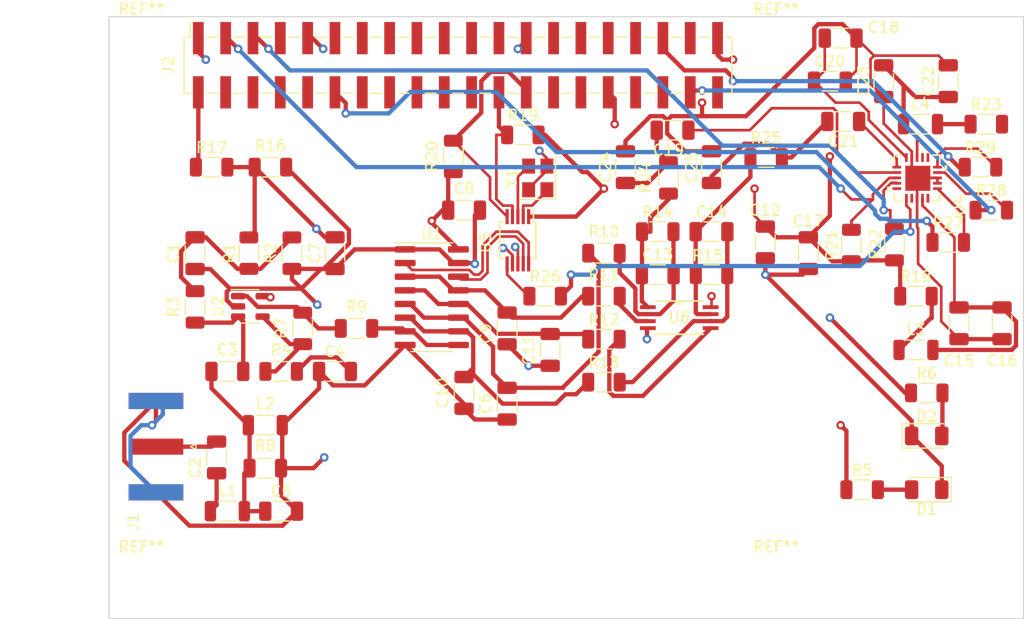
<source format=kicad_pcb>
(kicad_pcb (version 20221018) (generator pcbnew)
  (layers (0 "F.Cu" signal) (1 "In1.Cu" signal) (2 "In2.Cu" signal) (31 "B.Cu" signal) (34 "B.Paste" user) (35 "F.Paste" user) (36 "B.SilkS" user "B.Silkscreen") (37 "F.SilkS" user "F.Silkscreen") (38 "B.Mask" user) (39 "F.Mask" user) (44 "Edge.Cuts" user))
  (net 0 "")
  (net 1 "GND PIN 9")
  (net 2 "Net-(C1-Pad2)")
  (net 3 "Net-(J1-In)")
  (net 4 "Net-(C2-Pad2)")
  (net 5 "RF 7MHz")
  (net 6 "Net-(U2-+)")
  (net 7 "Net-(C4-Pad2)")
  (net 8 "I+")
  (net 9 "3.3V PIN 1")
  (net 10 "I-")
  (net 11 "Q+")
  (net 12 "Q-")
  (net 13 "LINE IN I")
  (net 14 "LINE IN Q")
  (net 15 "Net-(U4-DVDD)")
  (net 16 "Net-(U4-VMID)")
  (net 17 "Net-(U4-LLINEIN)")
  (net 18 "Net-(C19-Pad2)")
  (net 19 "Net-(U4-RLINEIN)")
  (net 20 "Net-(C21-Pad2)")
  (net 21 "Net-(U4-AVDD)")
  (net 22 "Net-(D1-A)")
  (net 23 "Net-(D2-A)")
  (net 24 "Net-(J2-Pin_2)")
  (net 30 "PCM_CLK PIN 12")
  (net 42 "SCL4 PIN26")
  (net 43 "SDA4 PIN24")
  (net 48 "LED_IN")
  (net 51 "PCM_FS PIN 35")
  (net 54 "PCM_DIN PIN 38")
  (net 56 "Net-(L3-Pad1)")
  (net 57 "Net-(L4-Pad2)")
  (net 58 "Net-(U2--)")
  (net 59 "Net-(U2-VOUT)")
  (net 60 "RFOUT")
  (net 61 "5V to 3.3V PIN 2")
  (net 62 "CLK0")
  (net 63 "CLK0 Phase 90")
  (net 64 "CLK2 ADC")
  (net 70 "Net-(U5-XA)")
  (net 71 "Net-(U5-XB)")
  (net 72 "Net-(U6-IN1-)")
  (net 73 "Net-(U6-IN2-)")
  (net 74 "Net-(U6-IN1+)")
  (net 75 "Net-(U6-IN2+)")
  (net 76 "GND")
  (net 77 "SDA1 PIN 3")
  (net 78 "SCL1 PIN 5")
  (net 81 "Net-(U5-CLK2)")
  (net 82 "Net-(U4-BCLK)")
  (net 83 "Net-(U4-RECDAT)")
  (net 84 "Net-(U4-RECLRC)")
  (footprint "Package_SO:SOIC-16_3.9x9.9mm_P1.27mm" (layer "F.Cu") (at 97 51.095)
    (fp_text reference "U1")
    (fp_text value "TS3A5017")
  )
  (footprint "Resistor_SMD:R_1206_3216Metric" (layer "F.Cu") (at 113 47 180)
    (fp_text reference "R10")
    (fp_text value "50")
  )
  (footprint "Package_TO_SOT_SMD:SOT-23-5" (layer "F.Cu") (at 80.1375 51.95)
    (fp_text reference "U2")
    (fp_text value "THS4304")
  )
  (footprint "Resistor_SMD:R_1206_3216Metric" (layer "F.Cu") (at 136 46.2852 90)
    (fp_text reference "R21")
    (fp_text value "2.43k")
  )
  (footprint "Resistor_SMD:R_1206_3216Metric" (layer "F.Cu") (at 123 49)
    (fp_text reference "R15")
    (fp_text value "30K")
  )
  (footprint "Capacitor_SMD:C_1206_3216Metric" (layer "F.Cu") (at 100 60 -90)
    (fp_text reference "C10")
    (fp_text value "0.1uF")
  )
  (footprint "Inductor_SMD:L_1206_3216Metric" (layer "F.Cu") (at 78 71)
    (fp_text reference "L1")
    (fp_text value "57.6uH")
  )
  (footprint "Crystal:Crystal_SMD_TXC_7M-4Pin_3.2x2.5mm" (layer "F.Cu") (at 106.85 40 90)
    (fp_text reference "Y1")
    (fp_text value "Crystal")
  )
  (footprint "Capacitor_SMD:C_1206_3216Metric" (layer "F.Cu") (at 135 27)
    (fp_text reference "C18")
    (fp_text value "0.1uF")
  )
  (footprint "Resistor_SMD:R_1206_3216Metric" (layer "F.Cu") (at 81.525 67 180)
    (fp_text reference "R8")
    (fp_text value "50")
  )
  (footprint "Capacitor_SMD:C_1206_3216Metric" (layer "F.Cu") (at 75 47 90)
    (fp_text reference "C1")
    (fp_text value "0.01uF")
  )
  (footprint "Resistor_SMD:R_1206_3216Metric" (layer "F.Cu") (at 119 40 90)
    (fp_text reference "R24")
    (fp_text value "5.6k")
  )
  (footprint "MountingHole:MountingHole_2.7mm" (layer "F.Cu") (at 70 28)
    (fp_text reference "REF**")
    (fp_text value "MountingHole_2.7mm")
  )
  (footprint "Capacitor_SMD:C_1206_3216Metric" (layer "F.Cu") (at 83 71)
    (fp_text reference "C5")
    (fp_text value "23.2nF")
  )
  (footprint "Resistor_SMD:R_1206_3216Metric" (layer "F.Cu") (at 128.0775 38.1)
    (fp_text reference "R25")
    (fp_text value "5.6k")
  )
  (footprint "opamp_adc:CP_20_4_ADI" (layer "F.Cu") (at 142.1077 40.000001 90)
    (fp_text reference "U4")
    (fp_text value "SSM2604CPZ-REEL7")
  )
  (footprint "Capacitor_SMD:C_1206_3216Metric" (layer "F.Cu") (at 77 66 -90)
    (fp_text reference "C2")
    (fp_text value "8.87pF")
  )
  (footprint "Inductor_SMD:L_1206_3216Metric" (layer "F.Cu") (at 81.525 63)
    (fp_text reference "L2")
    (fp_text value "22.1nH")
  )
  (footprint "Connector_Coaxial:SMA_Amphenol_132289_EdgeMount" (layer "F.Cu") (at 71.3625 65 180)
    (fp_text reference "J1")
    (fp_text value "Conn_Coaxial")
  )
  (footprint "Resistor_SMD:R_1206_3216Metric" (layer "F.Cu") (at 145 46)
    (fp_text reference "R27")
    (fp_text value "30")
  )
  (footprint "opamp_adc:PW8" (layer "F.Cu") (at 120 53)
    (fp_text reference "U6")
    (fp_text value "TL972IPWR")
  )
  (footprint "MountingHole:MountingHole_2.7mm" (layer "F.Cu") (at 129 28)
    (fp_text reference "REF**")
    (fp_text value "MountingHole_2.7mm")
  )
  (footprint "Capacitor_SMD:C_1206_3216Metric" (layer "F.Cu") (at 108 56 -90)
    (fp_text reference "C11")
    (fp_text value "0.1uF")
  )
  (footprint "Capacitor_SMD:C_1206_3216Metric" (layer "F.Cu") (at 139 31 90)
    (fp_text reference "C23")
    (fp_text value "0.1uF")
  )
  (footprint "Capacitor_SMD:C_1206_3216Metric" (layer "F.Cu") (at 88 58)
    (fp_text reference "C4")
    (fp_text value "0.1uF")
  )
  (footprint "Resistor_SMD:R_1206_3216Metric" (layer "F.Cu") (at 105.4625 36)
    (fp_text reference "R19")
    (fp_text value "4.7k")
  )
  (footprint "Resistor_SMD:R_1206_3216Metric" (layer "F.Cu") (at 80 47 90)
    (fp_text reference "R1")
    (fp_text value "470")
  )
  (footprint "Resistor_SMD:R_1206_3216Metric" (layer "F.Cu") (at 99 38 -90)
    (fp_text reference "R20")
    (fp_text value "4.7k")
  )
  (footprint "Package_SO:MSOP-10_3x3mm_P0.5mm" (layer "F.Cu") (at 105 45.8 -90)
    (fp_text reference "U5")
    (fp_text value "Si5351A-B-GT")
  )
  (footprint "Diode_SMD:D_1206_3216Metric" (layer "F.Cu") (at 143 69 180)
    (fp_text reference "D1")
    (fp_text value "LED yellow")
  )
  (footprint "Inductor_SMD:L_1206_3216Metric" (layer "F.Cu") (at 142.425 35)
    (fp_text reference "L4")
    (fp_text value "47uH, 15mA")
  )
  (footprint "Resistor_SMD:R_1206_3216Metric" (layer "F.Cu") (at 90 54 180)
    (fp_text reference "R9")
    (fp_text value "100")
  )
  (footprint "Resistor_SMD:R_1206_3216Metric" (layer "F.Cu") (at 148 39)
    (fp_text reference "R29")
    (fp_text value "30")
  )
  (footprint "Resistor_SMD:R_1206_3216Metric" (layer "F.Cu") (at 75 52 -90)
    (fp_text reference "R3")
    (fp_text value "470")
  )
  (footprint "Resistor_SMD:R_1206_3216Metric" (layer "F.Cu") (at 149 43)
    (fp_text reference "R28")
    (fp_text value "30")
  )
  (footprint "Capacitor_SMD:C_1206_3216Metric" (layer "F.Cu") (at 119.38 35.56 180)
    (fp_text reference "C19")
    (fp_text value "1uF")
  )
  (footprint "Resistor_SMD:R_1206_3216Metric" (layer "F.Cu") (at 142 51)
    (fp_text reference "R18")
    (fp_text value "220")
  )
  (footprint "Resistor_SMD:R_1206_3216Metric" (layer "F.Cu") (at 113 59)
    (fp_text reference "R13")
    (fp_text value "50")
  )
  (footprint "MountingHole:MountingHole_2.7mm" (layer "F.Cu") (at 129 78)
    (fp_text reference "REF**")
    (fp_text value "MountingHole_2.7mm")
  )
  (footprint "Resistor_SMD:R_1206_3216Metric" (layer "F.Cu") (at 82 39)
    (fp_text reference "R16")
    (fp_text value "20k")
  )
  (footprint "Capacitor_SMD:C_1206_3216Metric" (layer "F.Cu") (at 78 58)
    (fp_text reference "C3")
    (fp_text value "0.01uF")
  )
  (footprint "Capacitor_SMD:C_1206_3216Metric" (layer "F.Cu") (at 104 61 -90)
    (fp_text reference "C6")
    (fp_text value "0.1uF")
  )
  (footprint "Capacitor_SMD:C_1206_3216Metric" (layer "F.Cu") (at 100 43)
    (fp_text reference "C8")
    (fp_text value "0.1uF")
  )
  (footprint "Capacitor_SMD:C_1206_3216Metric" (layer "F.Cu") (at 132 47 -90)
    (fp_text reference "C17")
    (fp_text value "0.1uF")
  )
  (footprint "Resistor_SMD:R_1206_3216Metric" (layer "F.Cu") (at 113 55)
    (fp_text reference "R12")
    (fp_text value "50")
  )
  (footprint "Capacitor_SMD:C_1206_3216Metric" (layer "F.Cu") (at 134 31)
    (fp_text reference "C20")
    (fp_text value "4.7uF")
  )
  (footprint "Resistor_SMD:R_1206_3216Metric" (layer "F.Cu") (at 143 60)
    (fp_text reference "R6")
    (fp_text value "200")
  )
  (footprint "Capacitor_SMD:C_1206_3216Metric" (layer "F.Cu") (at 128 46 -90)
    (fp_text reference "C12")
    (fp_text value "0.1uF")
  )
  (footprint "Capacitor_SMD:C_1206_3216Metric" (layer "F.Cu") (at 118 49)
    (fp_text reference "C13")
    (fp_text value "3300pF")
  )
  (footprint "Resistor_SMD:R_1206_3216Metric" (layer "F.Cu") (at 85 54 -90)
    (fp_text reference "R7")
    (fp_text value "220")
  )
  (footprint "Resistor_SMD:R_1206_3216Metric" (layer "F.Cu") (at 113 51 180)
    (fp_text reference "R11")
    (fp_text value "50")
  )
  (footprint "Inductor_SMD:L_1206_3216Metric" (layer "F.Cu") (at 142 56)
    (fp_text reference "L3")
    (fp_text value "47uH, 15mA")
  )
  (footprint "Capacitor_SMD:C_1206_3216Metric" (layer "F.Cu") (at 88 47 90)
    (fp_text reference "C7")
    (fp_text value "0.1uF")
  )
  (footprint "Capacitor_SMD:C_1206_3216Metric" (layer "F.Cu") (at 145 31 90)
    (fp_text reference "C22")
    (fp_text value "10uF")
  )
  (footprint "Resistor_SMD:R_1206_3216Metric" (layer "F.Cu") (at 84 47 90)
    (fp_text reference "R2")
    (fp_text value "470")
  )
  (footprint "Diode_SMD:D_1206_3216Metric" (layer "F.Cu") (at 143 64)
    (fp_text reference "D2")
    (fp_text value "LED blue")
  )
  (footprint "MountingHole:MountingHole_2.7mm" (layer "F.Cu") (at 70 78)
    (fp_text reference "REF**")
    (fp_text value "MountingHole_2.7mm")
  )
  (footprint "Resistor_SMD:R_1206_3216Metric" (layer "F.Cu") (at 148.5375 35)
    (fp_text reference "R23")
    (fp_text value "220")
  )
  (footprint "Resistor_SMD:R_1206_3216Metric" (layer "F.Cu") (at 107.5375 51)
    (fp_text reference "R26")
    (fp_text value "30")
  )
  (footprint "Capacitor_SMD:C_1206_3216Metric" (layer "F.Cu") (at 115 39 90)
    (fp_text reference "C24")
    (fp_text value "220pF")
  )
  (footprint "Capacitor_SMD:C_1206_3216Metric" (layer "F.Cu") (at 123 45)
    (fp_text reference "C14")
    (fp_text value "3300pF")
  )
  (footprint "Connector_PinSocket_2.54mm:PinSocket_2x20_P2.54mm_Vertical_SMD" (layer "F.Cu") (at 99.43 29.52 90)
    (fp_text reference "J2")
    (fp_text value "Conn_02x20_Odd_Even")
  )
  (footprint "Capacitor_SMD:C_1206_3216Metric" (layer "F.Cu") (at 146 53.525 -90)
    (fp_text reference "C15")
    (fp_text value "10uF")
  )
  (footprint "Resistor_SMD:R_1206_3216Metric" (layer "F.Cu") (at 76.5375 39)
    (fp_text reference "R17")
    (fp_text value "10k")
  )
  (footprint "Resistor_SMD:R_1206_3216Metric" (layer "F.Cu") (at 83 58)
    (fp_text reference "R4")
    (fp_text value "47")
  )
  (footprint "Capacitor_SMD:C_1206_3216Metric" (layer "F.Cu") (at 123 39 90)
    (fp_text reference "C25")
    (fp_text value "220pF")
  )
  (footprint "Capacitor_SMD:C_1206_3216Metric" (layer "F.Cu") (at 104 54 -90)
    (fp_text reference "C9")
    (fp_text value "0.1uF")
  )
  (footprint "Capacitor_SMD:C_1206_3216Metric" (layer "F.Cu") (at 135.24 34.7477 180)
    (fp_text reference "C21")
    (fp_text value "1uF")
  )
  (footprint "Capacitor_SMD:C_1206_3216Metric" (layer "F.Cu") (at 150 53.525 90)
    (fp_text reference "C16")
    (fp_text value "0.1uF")
  )
  (footprint "Resistor_SMD:R_1206_3216Metric" (layer "F.Cu") (at 137 69)
    (fp_text reference "R5")
    (fp_text value "62")
  )
  (footprint "Resistor_SMD:R_1206_3216Metric" (layer "F.Cu") (at 140 46.2102 90)
    (fp_text reference "R22")
    (fp_text value "2.43k")
  )
  (footprint "Resistor_SMD:R_1206_3216Metric" (layer "F.Cu") (at 118 45)
    (fp_text reference "R14")
    (fp_text value "30K")
  )
  (gr_line (start 152 81) (end 152 25) (stroke (width 0.1)) (layer "Edge.Cuts"))
  (gr_line (start 67 81) (end 152 81) (stroke (width 0.1)) (layer "Edge.Cuts"))
  (gr_line (start 152 25) (end 67 25) (stroke (width 0.1)) (layer "Edge.Cuts"))
  (gr_line (start 67 25) (end 67 81) (stroke (width 0.1)) (layer "Edge.Cuts"))
  (segment (start 117.310761 34.26) (end 118.499239 34.26) (width 0.4) (layer "F.Cu") (net 1))
  (segment (start 119.260761 34.26) (end 122 34.26) (width 0.4) (layer "F.Cu") (net 1))
  (segment (start 142.1077 41.892301) (end 142.1077 44.607895) (width 0.25) (layer "F.Cu") (net 1))
  (segment (start 144 40.5) (end 144 40.000001) (width 0.25) (layer "F.Cu") (net 1))
  (segment (start 142.1995 44.699695) (end 142.1995 47.986327) (width 0.25) (layer "F.Cu") (net 1))
  (segment (start 132.55 26.080761) (end 132.930761 25.7) (width 0.4) (layer "F.Cu") (net 1))
  (segment (start 137.775 28.961827) (end 138.111827 28.625) (width 0.25) (layer "F.Cu") (net 1))
  (segment (start 139 34.938173) (end 139 32.475) (width 0.25) (layer "F.Cu") (net 1))
  (segment (start 138.111827 28.625) (end 144.1 28.625) (width 0.25) (layer "F.Cu") (net 1))
  (segment (start 144.1 28.625) (end 145 29.525) (width 0.25) (layer "F.Cu") (net 1))
  (segment (start 144 40.000001) (end 142.172799 40.000001) (width 0.25) (layer "F.Cu") (net 1))
  (segment (start 138.1 28.625) (end 136.475 27) (width 0.25) (layer "F.Cu") (net 1))
  (segment (start 120.525 37.525) (end 123 37.525) (width 0.4) (layer "F.Cu") (net 1))
  (segment (start 144.35 53.35) (end 146 55) (width 0.25) (layer "F.Cu") (net 1))
  (segment (start 126.209239 34.26) (end 132.55 27.919239) (width 0.4) (layer "F.Cu") (net 1))
  (segment (start 141.607701 38.107701) (end 141.607701 39.434903) (width 0.25) (layer "F.Cu") (net 1))
  (segment (start 118.88 35.88) (end 120.525 37.525) (width 0.4) (layer "F.Cu") (net 1))
  (segment (start 122 34.26) (end 126.209239 34.26) (width 0.4) (layer "F.Cu") (net 1))
  (segment (start 118.499239 34.26) (end 118.88 34.640761) (width 0.4) (layer "F.Cu") (net 1))
  (segment (start 137.775 31.25) (end 137.775 28.961827) (width 0.25) (layer "F.Cu") (net 1))
  (segment (start 142.1995 47.986327) (end 144.35 50.136827) (width 0.25) (layer "F.Cu") (net 1))
  (segment (start 132.930761 25.7) (end 135.175 25.7) (width 0.4) (layer "F.Cu") (net 1))
  (segment (start 118.88 34.640761) (end 118.88 35.88) (width 0.4) (layer "F.Cu") (net 1))
  (segment (start 132.55 27.919239) (end 132.55 26.080761) (width 0.4) (layer "F.Cu") (net 1))
  (segment (start 141.607701 39.434903) (end 142.172799 40.000001) (width 0.25) (layer "F.Cu") (net 1))
  (segment (start 85.900498 27) (end 86.900498 28) (width 0.4) (layer "F.Cu") (net 1))
  (segment (start 142.1077 40.0651) (end 142.172799 40.000001) (width 0.25) (layer "F.Cu") (net 1))
  (segment (start 141.607701 38.107701) (end 141.607701 37.545874) (width 0.25) (layer "F.Cu") (net 1))
  (segment (start 142.1077 44.607895) (end 142.1995 44.699695) (width 0.25) (layer "F.Cu") (net 1))
  (segment (start 142.1077 41.892301) (end 142.1077 40.0651) (width 0.25) (layer "F.Cu") (net 1))
  (segment (start 136.475 30) (end 136.475 27) (width 0.25) (layer "F.Cu") (net 1))
  (segment (start 122.119502 34.140498) (end 122 34.26) (width 0.4) (layer "F.Cu") (net 1))
  (segment (start 139 32.475) (end 137.775 31.25) (width 0.25) (layer "F.Cu") (net 1))
  (segment (start 115 36.570761) (end 117.310761 34.26) (width 0.4) (layer "F.Cu") (net 1))
  (segment (start 138.111827 28.625) (end 138.1 28.625) (width 0.25) (layer "F.Cu") (net 1))
  (segment (start 144.35 50.136827) (end 144.35 53.35) (width 0.25) (layer "F.Cu") (net 1))
  (segment (start 135.175 25.7) (end 136.475 27) (width 0.4) (layer "F.Cu") (net 1))
  (segment (start 115 37.525) (end 115 36.570761) (width 0.4) (layer "F.Cu") (net 1))
  (segment (start 141.607701 37.545874) (end 139 34.938173) (width 0.25) (layer "F.Cu") (net 1))
  (segment (start 122.119502 33) (end 122.119502 34.140498) (width 0.4) (layer "F.Cu") (net 1))
  (segment (start 150 55) (end 146 55) (width 0.4) (layer "F.Cu") (net 1))
  (segment (start 135.475 31) (end 136.475 30) (width 0.25) (layer "F.Cu") (net 1))
  (segment (start 85.46 27) (end 85.900498 27) (width 0.4) (layer "F.Cu") (net 1))
  (segment (start 118.88 34.640761) (end 119.260761 34.26) (width 0.4) (layer "F.Cu") (net 1))
  (via blind (at 122.119502 33) (size 0.8) (drill 0.4) (layers "F.Cu" "In1.Cu") (net 1))
  (via blind (at 86.900498 28) (size 0.8) (drill 0.4) (layers "F.Cu" "B.Cu") (net 1))
  (segment (start 80 48.4625) (end 78.9375 48.4625) (width 0.4) (layer "F.Cu") (net 2))
  (segment (start 78.9375 48.4625) (end 76 45.525) (width 0.4) (layer "F.Cu") (net 2))
  (segment (start 73.7 46.825) (end 75 45.525) (width 0.4) (layer "F.Cu") (net 2))
  (segment (start 75 50.5375) (end 73.7 49.2375) (width 0.4) (layer "F.Cu") (net 2))
  (segment (start 80 48.4625) (end 81.075 48.4625) (width 0.4) (layer "F.Cu") (net 2))
  (segment (start 81.075 48.4625) (end 84 45.5375) (width 0.4) (layer "F.Cu") (net 2))
  (segment (start 75 45.525) (end 76 45.525) (width 0.4) (layer "F.Cu") (net 2))
  (segment (start 73.7 49.2375) (end 73.7 46.825) (width 0.4) (layer "F.Cu") (net 2))
  (segment (start 76.525 65) (end 77 64.525) (width 0.4) (layer "F.Cu") (net 3))
  (segment (start 71.3625 65) (end 76.525 65) (width 0.4) (layer "F.Cu") (net 3))
  (segment (start 77 70.425) (end 76.425 71) (width 0.4) (layer "F.Cu") (net 4))
  (segment (start 77 67.475) (end 77 70.425) (width 0.4) (layer "F.Cu") (net 4))
  (segment (start 80.0625 63.1125) (end 79.95 63) (width 0.4) (layer "F.Cu") (net 5))
  (segment (start 80.0625 67) (end 80.0625 63.1125) (width 0.4) (layer "F.Cu") (net 5))
  (segment (start 76.525 59.575) (end 79.95 63) (width 0.4) (layer "F.Cu") (net 5))
  (segment (start 79.575 71) (end 79.575 67.4875) (width 0.4) (layer "F.Cu") (net 5))
  (segment (start 79.575 71) (end 81.525 71) (width 0.4) (layer "F.Cu") (net 5))
  (segment (start 79.575 67.4875) (end 80.0625 67) (width 0.4) (layer "F.Cu") (net 5))
  (segment (start 76.525 58) (end 76.525 59.575) (width 0.4) (layer "F.Cu") (net 5))
  (segment (start 79.475 58) (end 79.475 53.375) (width 0.4) (layer "F.Cu") (net 6))
  (segment (start 75 53.4625) (end 78.4375 53.4625) (width 0.4) (layer "F.Cu") (net 6))
  (segment (start 78.4375 53.4625) (end 79 52.9) (width 0.4) (layer "F.Cu") (net 6))
  (segment (start 79.475 53.375) (end 79 52.9) (width 0.4) (layer "F.Cu") (net 6))
  (segment (start 88.175 56.7) (end 89.475 58) (width 0.4) (layer "F.Cu") (net 7))
  (segment (start 85.7625 56.7) (end 88.175 56.7) (width 0.4) (layer "F.Cu") (net 7))
  (segment (start 84.4625 58) (end 85.7625 56.7) (width 0.4) (layer "F.Cu") (net 7))
  (segment (start 104 59.525) (end 109.205761 59.525) (width 0.4) (layer "F.Cu") (net 8))
  (segment (start 109.205761 59.475) (end 109.205761 59.525) (width 0.4) (layer "F.Cu") (net 8))
  (segment (start 102.7 58.225) (end 104 59.525) (width 0.4) (layer "F.Cu") (net 8))
  (segment (start 112.5 47.9625) (end 112.5 56.180761) (width 0.4) (layer "F.Cu") (net 8))
  (segment (start 95.007817 51.73) (end 94.525 51.73) (width 0.4) (layer "F.Cu") (net 8))
  (segment (start 99.475 53) (end 100 53) (width 0.4) (layer "F.Cu") (net 8))
  (segment (start 102.7 55.7) (end 102.7 58.225) (width 0.4) (layer "F.Cu") (net 8))
  (segment (start 99.475 53) (end 96.277817 53) (width 0.4) (layer "F.Cu") (net 8))
  (segment (start 112.5 56.180761) (end 109.205761 59.475) (width 0.4) (layer "F.Cu") (net 8))
  (segment (start 96.277817 53) (end 95.007817 51.73) (width 0.4) (layer "F.Cu") (net 8))
  (segment (start 100 53) (end 102.7 55.7) (width 0.4) (layer "F.Cu") (net 8))
  (segment (start 111.5375 47) (end 112.5 47.9625) (width 0.4) (layer "F.Cu") (net 8))
  (segment (start 107.5375 36) (end 110.76875 39.23125) (width 0.4) (layer "F.Cu") (net 9))
  (segment (start 87.0625 45.525) (end 88 45.525) (width 0.4) (layer "F.Cu") (net 9))
  (segment (start 127 43.525) (end 128 44.525) (width 0.25) (layer "F.Cu") (net 9))
  (segment (start 135.5375 63.5375) (end 135 63) (width 0.4) (layer "F.Cu") (net 9))
  (segment (start 104.5 47.186299) (end 103.839212 46.525511) (width 0.25) (layer "F.Cu") (net 9))
  (segment (start 123 51.946001) (end 122.921 52.025001) (width 0.25) (layer "F.Cu") (net 9))
  (segment (start 98.525 43) (end 98.525 39.9375) (width 0.4) (layer "F.Cu") (net 9))
  (segment (start 134 43.525) (end 132 45.525) (width 0.4) (layer "F.Cu") (net 9))
  (segment (start 75.3 27) (end 75.3 28.3) (width 0.4) (layer "F.Cu") (net 9))
  (segment (start 80.5375 45) (end 80 45.5375) (width 0.4) (layer "F.Cu") (net 9))
  (segment (start 81.3745 51.0995) (end 81.275 51) (width 0.4) (layer "F.Cu") (net 9))
  (segment (start 97 44.175) (end 99.475 46.65) (width 0.4) (layer "F.Cu") (net 9))
  (segment (start 80.5375 39) (end 80.5375 45) (width 0.4) (layer "F.Cu") (net 9))
  (segment (start 103.839212 46.525511) (end 103.619865 46.525511) (width 0.25) (layer "F.Cu") (net 9))
  (segment (start 104.5 48) (end 104.5 47.186299) (width 0.25) (layer "F.Cu") (net 9))
  (segment (start 98.525 39.9375) (end 99 39.4625) (width 0.4) (layer "F.Cu") (net 9))
  (segment (start 140.5375 51) (end 140.5375 48.2102) (width 0.4) (layer "F.Cu") (net 9))
  (segment (start 123 51) (end 123 51.946001) (width 0.25) (layer "F.Cu") (net 9))
  (segment (start 82 51.0995) (end 81.3745 51.0995) (width 0.4) (layer "F.Cu") (net 9))
  (segment (start 135.5375 69) (end 135.5375 63.5375) (width 0.4) (layer "F.Cu") (net 9))
  (segment (start 132 45.525) (end 129 45.525) (width 0.4) (layer "F.Cu") (net 9))
  (segment (start 136.075 47.6727) (end 136 47.7477) (width 0.4) (layer "F.Cu") (net 9))
  (segment (start 97 44) (end 97 44.175) (width 0.4) (layer "F.Cu") (net 9))
  (segment (start 127 41) (end 127 43.525) (width 0.25) (layer "F.Cu") (net 9))
  (segment (start 106.925 36) (end 107.5375 36) (width 0.4) (layer "F.Cu") (net 9))
  (segment (start 78 39) (end 80.5375 39) (width 0.4) (layer "F.Cu") (net 9))
  (segment (start 110.4 43.6) (end 106.05 43.6) (width 0.4) (layer "F.Cu") (net 9))
  (segment (start 86.26875 44.73125) (end 87.0625 45.525) (width 0.4) (layer "F.Cu") (net 9))
  (segment (start 80.5375 39) (end 86.26875 44.73125) (width 0.4) (layer "F.Cu") (net 9))
  (segment (start 113 41) (end 110.4 43.6) (width 0.4) (layer "F.Cu") (net 9))
  (segment (start 134.2227 47.7477) (end 136 47.7477) (width 0.4) (layer "F.Cu") (net 9))
  (segment (start 110.76875 39.23125) (end 111 39.4625) (width 0.4) (layer "F.Cu") (net 9))
  (segment (start 75.3 28.3) (end 76 29) (width 0.4) (layer "F.Cu") (net 9))
  (segment (start 111.4625 39.4625) (end 113 41) (width 0.4) (layer "F.Cu") (net 9))
  (segment (start 111 39.4625) (end 111.4625 39.4625) (width 0.4) (layer "F.Cu") (net 9))
  (segment (start 129 45.525) (end 128 44.525) (width 0.4) (layer "F.Cu") (net 9))
  (segment (start 140.5375 48.2102) (end 140 47.6727) (width 0.4) (layer "F.Cu") (net 9))
  (segment (start 98.525 43) (end 98 43) (width 0.4) (layer "F.Cu") (net 9))
  (segment (start 134 38) (end 134 43.525) (width 0.4) (layer "F.Cu") (net 9))
  (segment (start 98 43) (end 97 44) (width 0.4) (layer "F.Cu") (net 9))
  (segment (start 134.2227 47.7477) (end 132 45.525) (width 0.4) (layer "F.Cu") (net 9))
  (segment (start 140 47.6727) (end 136.075 47.6727) (width 0.4) (layer "F.Cu") (net 9))
  (via blind (at 134 38) (size 0.8) (drill 0.4) (layers "F.Cu" "In2.Cu") (net 9))
  (via blind (at 97 44) (size 0.8) (drill 0.4) (layers "F.Cu" "In2.Cu") (net 9))
  (via blind (at 82 51.0995) (size 0.8) (drill 0.4) (layers "F.Cu" "In2.Cu") (net 9))
  (via blind (at 103.619865 46.525511) (size 0.8) (drill 0.4) (layers "F.Cu" "B.Cu") (net 9))
  (via blind (at 113 41) (size 0.8) (drill 0.4) (layers "F.Cu" "In2.Cu") (net 9))
  (via blind (at 127 41) (size 0.8) (drill 0.4) (layers "F.Cu" "In2.Cu") (net 9))
  (via blind (at 86.26875 44.73125) (size 0.8) (drill 0.4) (layers "F.Cu" "B.Cu") (net 9))
  (via blind (at 135 63) (size 0.8) (drill 0.4) (layers "F.Cu" "In2.Cu") (net 9))
  (via blind (at 123 51) (size 0.8) (drill 0.4) (layers "F.Cu" "In2.Cu") (net 9))
  (via blind (at 76 29) (size 0.8) (drill 0.4) (layers "F.Cu" "B.Cu") (net 9))
  (segment (start 104 52.525) (end 101.935 50.46) (width 0.4) (layer "F.Cu") (net 10))
  (segment (start 111 51) (end 111.5375 51) (width 0.4) (layer "F.Cu") (net 10))
  (segment (start 101.935 50.46) (end 99.475 50.46) (width 0.4) (layer "F.Cu") (net 10))
  (segment (start 98.987817 50.46) (end 99.475 50.46) (width 0.4) (layer "F.Cu") (net 10))
  (segment (start 97.717817 49.19) (end 98.987817 50.46) (width 0.4) (layer "F.Cu") (net 10))
  (segment (start 104 52.525) (end 104.475 53) (width 0.4) (layer "F.Cu") (net 10))
  (segment (start 104.475 53) (end 109 53) (width 0.4) (layer "F.Cu") (net 10))
  (segment (start 94.525 49.19) (end 97.717817 49.19) (width 0.4) (layer "F.Cu") (net 10))
  (segment (start 109 53) (end 111 51) (width 0.4) (layer "F.Cu") (net 10))
  (segment (start 99.475 54.27) (end 100.27 54.27) (width 0.4) (layer "F.Cu") (net 11))
  (segment (start 99.475 54.27) (end 96.277817 54.27) (width 0.4) (layer "F.Cu") (net 11))
  (segment (start 100.85 57.675) (end 100.85 58.269239) (width 0.4) (layer "F.Cu") (net 11))
  (segment (start 100.85 54.85) (end 100.85 57.675) (width 0.4) (layer "F.Cu") (net 11))
  (segment (start 100.85 57.675) (end 100 58.525) (width 0.4) (layer "F.Cu") (net 11))
  (segment (start 109.4125 60.125) (end 108.5375 61) (width 0.4) (layer "F.Cu") (net 11))
  (segment (start 111.5375 59) (end 110.4125 60.125) (width 0.4) (layer "F.Cu") (net 11))
  (segment (start 110.4125 60.125) (end 109.4125 60.125) (width 0.4) (layer "F.Cu") (net 11))
  (segment (start 100.27 54.27) (end 100.85 54.85) (width 0.4) (layer "F.Cu") (net 11))
  (segment (start 100.85 58.269239) (end 103.580761 61) (width 0.4) (layer "F.Cu") (net 11))
  (segment (start 103.580761 61) (end 108.5375 61) (width 0.4) (layer "F.Cu") (net 11))
  (segment (start 96.277817 54.27) (end 95.007817 53) (width 0.4) (layer "F.Cu") (net 11))
  (segment (start 95.007817 53) (end 94.525 53) (width 0.4) (layer "F.Cu") (net 11))
  (segment (start 100.310761 51.73) (end 99.475 51.73) (width 0.4) (layer "F.Cu") (net 12))
  (segment (start 107.975 54.5) (end 103.080761 54.5) (width 0.4) (layer "F.Cu") (net 12))
  (segment (start 96.347817 50.46) (end 97.617817 51.73) (width 0.4) (layer "F.Cu") (net 12))
  (segment (start 97.617817 51.73) (end 99.475 51.73) (width 0.4) (layer "F.Cu") (net 12))
  (segment (start 111.0625 54.525) (end 111.5375 55) (width 0.4) (layer "F.Cu") (net 12))
  (segment (start 103.080761 54.5) (end 100.310761 51.73) (width 0.4) (layer "F.Cu") (net 12))
  (segment (start 108 54.525) (end 111.0625 54.525) (width 0.4) (layer "F.Cu") (net 12))
  (segment (start 94.525 50.46) (end 96.347817 50.46) (width 0.4) (layer "F.Cu") (net 12))
  (segment (start 108 54.525) (end 107.975 54.5) (width 0.4) (layer "F.Cu") (net 12))
  (segment (start 116.525 51.471001) (end 117.079 52.025001) (width 0.4) (layer "F.Cu") (net 13))
  (segment (start 117.319239 45) (end 116.5375 45) (width 0.4) (layer "F.Cu") (net 13))
  (segment (start 117.319239 43.680761) (end 117.319239 45) (width 0.4) (layer "F.Cu") (net 13))
  (segment (start 119 42) (end 117.319239 43.680761) (width 0.4) (layer "F.Cu") (net 13))
  (segment (start 119 41.4625) (end 119 42) (width 0.4) (layer "F.Cu") (net 13))
  (segment (start 116.5375 48.9875) (end 116.525 49) (width 0.4) (layer "F.Cu") (net 13))
  (segment (start 116.5375 45) (end 116.5375 48.9875) (width 0.4) (layer "F.Cu") (net 13))
  (segment (start 116.525 49) (end 116.525 51.471001) (width 0.4) (layer "F.Cu") (net 13))
  (segment (start 121.525 45) (end 126.615 39.91) (width 0.4) (layer "F.Cu") (net 14))
  (segment (start 121.674999 52.674999) (end 122.921 52.674999) (width 0.4) (layer "F.Cu") (net 14))
  (segment (start 126.615 39.91) (end 126.615 38.1) (width 0.4) (layer "F.Cu") (net 14))
  (segment (start 121.5375 49) (end 121.5375 52.5375) (width 0.4) (layer "F.Cu") (net 14))
  (segment (start 121.525 45) (end 121.525 48.9875) (width 0.4) (layer "F.Cu") (net 14))
  (segment (start 121.525 48.9875) (end 121.5375 49) (width 0.4) (layer "F.Cu") (net 14))
  (segment (start 121.5375 52.5375) (end 121.674999 52.674999) (width 0.4) (layer "F.Cu") (net 14))
  (segment (start 150 52.05) (end 151.3 53.35) (width 0.4) (layer "F.Cu") (net 15))
  (segment (start 150.894239 56) (end 143.575 56) (width 0.4) (layer "F.Cu") (net 15))
  (segment (start 145.575 45.543) (end 145.575 51.625) (width 0.25) (layer "F.Cu") (net 15))
  (segment (start 150 52.05) (end 146 52.05) (width 0.4) (layer "F.Cu") (net 15))
  (segment (start 142.607699 42.575699) (end 145.575 45.543) (width 0.25) (layer "F.Cu") (net 15))
  (segment (start 145.575 51.625) (end 146 52.05) (width 0.25) (layer "F.Cu") (net 15))
  (segment (start 151.3 55.594239) (end 150.894239 56) (width 0.4) (layer "F.Cu") (net 15))
  (segment (start 142.607699 41.892301) (end 142.607699 42.575699) (width 0.25) (layer "F.Cu") (net 15))
  (segment (start 151.3 53.35) (end 151.3 55.594239) (width 0.4) (layer "F.Cu") (net 15))
  (segment (start 137.615 34.615002) (end 137.615 33.859527) (width 0.25) (layer "F.Cu") (net 16))
  (segment (start 133.525 30) (end 132.525 31) (width 0.25) (layer "F.Cu") (net 16))
  (segment (start 136.755473 33) (end 134.525 33) (width 0.25) (layer "F.Cu") (net 16))
  (segment (start 141.107699 38.107701) (end 137.615 34.615002) (width 0.25) (layer "F.Cu") (net 16))
  (segment (start 134.525 33) (end 132.525 31) (width 0.25) (layer "F.Cu") (net 16))
  (segment (start 133.525 27) (end 133.525 30) (width 0.25) (layer "F.Cu") (net 16))
  (segment (start 137.615 33.859527) (end 136.755473 33) (width 0.25) (layer "F.Cu") (net 16))
  (segment (start 134.328173 33.5227) (end 128.593099 33.5227) (width 0.25) (layer "F.Cu") (net 17))
  (segment (start 136.525307 39.500002) (end 134.665 37.639695) (width 0.25) (layer "F.Cu") (net 17))
  (segment (start 128.593099 33.5227) (end 126.555799 35.56) (width 0.25) (layer "F.Cu") (net 17))
  (segment (start 134.665 33.859527) (end 134.328173 33.5227) (width 0.25) (layer "F.Cu") (net 17))
  (segment (start 126.555799 35.56) (end 120.855 35.56) (width 0.25) (layer "F.Cu") (net 17))
  (segment (start 134.665 37.639695) (end 134.665 33.859527) (width 0.25) (layer "F.Cu") (net 17))
  (segment (start 140.2154 39.500002) (end 136.525307 39.500002) (width 0.25) (layer "F.Cu") (net 17))
  (segment (start 117.905 37.4425) (end 119 38.5375) (width 0.4) (layer "F.Cu") (net 18))
  (segment (start 115 40.475) (end 117.0625 40.475) (width 0.4) (layer "F.Cu") (net 18))
  (segment (start 117.0625 40.475) (end 119 38.5375) (width 0.4) (layer "F.Cu") (net 18))
  (segment (start 117.905 35.56) (end 117.905 37.4425) (width 0.4) (layer "F.Cu") (net 18))
  (segment (start 140.2154 39) (end 140.2154 38.2481) (width 0.25) (layer "F.Cu") (net 19))
  (segment (start 140.2154 38.2481) (end 136.715 34.7477) (width 0.25) (layer "F.Cu") (net 19))
  (segment (start 123 39.858261) (end 126.033261 36.825) (width 0.4) (layer "F.Cu") (net 20))
  (segment (start 123 40.475) (end 123 39.858261) (width 0.4) (layer "F.Cu") (net 20))
  (segment (start 128.265 36.825) (end 129.54 38.1) (width 0.4) (layer "F.Cu") (net 20))
  (segment (start 126.033261 36.825) (end 128.265 36.825) (width 0.4) (layer "F.Cu") (net 20))
  (segment (start 129.54 38.1) (end 130.4127 38.1) (width 0.4) (layer "F.Cu") (net 20))
  (segment (start 130.4127 38.1) (end 133.765 34.7477) (width 0.4) (layer "F.Cu") (net 20))
  (segment (start 142.1077 36.2577) (end 140.85 35) (width 0.25) (layer "F.Cu") (net 21))
  (segment (start 141.95 32.475) (end 145 32.475) (width 0.4) (layer "F.Cu") (net 21))
  (segment (start 140.85 31.375) (end 140.85 35) (width 0.4) (layer "F.Cu") (net 21))
  (segment (start 140.85 31.375) (end 141.95 32.475) (width 0.4) (layer "F.Cu") (net 21))
  (segment (start 139 29.525) (end 140.85 31.375) (width 0.4) (layer "F.Cu") (net 21))
  (segment (start 142.1077 38.107701) (end 142.1077 36.2577) (width 0.25) (layer "F.Cu") (net 21))
  (segment (start 141.6 69) (end 138.4625 69) (width 0.4) (layer "F.Cu") (net 22))
  (segment (start 144.4625 60) (end 144.4625 63.9375) (width 0.4) (layer "F.Cu") (net 23))
  (segment (start 144.4625 63.9375) (end 144.4 64) (width 0.4) (layer "F.Cu") (net 23))
  (segment (start 75.3 38.775) (end 75.075 39) (width 0.4) (layer "F.Cu") (net 24))
  (segment (start 75.3 32.04) (end 75.3 38.775) (width 0.4) (layer "F.Cu") (net 24))
  (segment (start 89 34) (end 89 33.04) (width 0.4) (layer "F.Cu") (net 30))
  (segment (start 89 33.04) (end 88 32.04) (width 0.4) (layer "F.Cu") (net 30))
  (segment (start 143.5375 46) (end 143.5375 44.5375) (width 0.4) (layer "F.Cu") (net 30))
  (segment (start 143.5375 44.5375) (end 143 44) (width 0.4) (layer "F.Cu") (net 30))
  (via blind (at 89 34) (size 0.8) (drill 0.4) (layers "F.Cu" "B.Cu") (net 30))
  (via blind (at 143 44) (size 0.8) (drill 0.4) (layers "F.Cu" "B.Cu") (net 30))
  (segment (start 143 44) (end 139.531371 44) (width 0.4) (layer "B.Cu") (net 30))
  (segment (start 132.751472 37.6) (end 108.6 37.6) (width 0.4) (layer "B.Cu") (net 30))
  (segment (start 95 32) (end 93 34) (width 0.4) (layer "B.Cu") (net 30))
  (segment (start 93 34) (end 89 34) (width 0.4) (layer "B.Cu") (net 30))
  (segment (start 139.331371 43.8) (end 138.668629 43.8) (width 0.4) (layer "B.Cu") (net 30))
  (segment (start 108.6 37.6) (end 103 32) (width 0.4) (layer "B.Cu") (net 30))
  (segment (start 138.2 43.048528) (end 132.751472 37.6) (width 0.4) (layer "B.Cu") (net 30))
  (segment (start 103 32) (end 95 32) (width 0.4) (layer "B.Cu") (net 30))
  (segment (start 138.668629 43.8) (end 138.2 43.331371) (width 0.4) (layer "B.Cu") (net 30))
  (segment (start 139.531371 44) (end 139.331371 43.8) (width 0.4) (layer "B.Cu") (net 30))
  (segment (start 138.2 43.331371) (end 138.2 43.048528) (width 0.4) (layer "B.Cu") (net 30))
  (segment (start 104.475 42.575) (end 103.611396 42.575) (width 0.25) (layer "F.Cu") (net 42))
  (segment (start 103 36) (end 104 36) (width 0.25) (layer "F.Cu") (net 42))
  (segment (start 103 41.963604) (end 103 36) (width 0.25) (layer "F.Cu") (net 42))
  (segment (start 104.5 42.6) (end 104.475 42.575) (width 0.25) (layer "F.Cu") (net 42))
  (segment (start 103.611396 42.575) (end 103 41.963604) (width 0.25) (layer "F.Cu") (net 42))
  (segment (start 103.24 35.24) (end 104 36) (width 0.4) (layer "F.Cu") (net 42))
  (segment (start 103.24 32.04) (end 103.24 35.24) (width 0.4) (layer "F.Cu") (net 42))
  (segment (start 104.5 43.6) (end 104.5 42.6) (width 0.25) (layer "F.Cu") (net 42))
  (segment (start 101.6 31) (end 101.6 33.9375) (width 0.4) (layer "F.Cu") (net 43))
  (segment (start 102.415 39.9525) (end 99 36.5375) (width 0.25) (layer "F.Cu") (net 43))
  (segment (start 102.46 30.14) (end 101.6 31) (width 0.4) (layer "F.Cu") (net 43))
  (segment (start 104 43.6) (end 102.415 42.015) (width 0.25) (layer "F.Cu") (net 43))
  (segment (start 105.78 31.78) (end 104.14 30.14) (width 0.4) (layer "F.Cu") (net 43))
  (segment (start 105.78 32.04) (end 105.78 31.78) (width 0.4) (layer "F.Cu") (net 43))
  (segment (start 101.6 33.9375) (end 99 36.5375) (width 0.4) (layer "F.Cu") (net 43))
  (segment (start 102.415 42.015) (end 102.415 39.9525) (width 0.25) (layer "F.Cu") (net 43))
  (segment (start 104.14 30.14) (end 102.46 30.14) (width 0.4) (layer "F.Cu") (net 43))
  (segment (start 141 60) (end 134 53) (width 0.4) (layer "F.Cu") (net 48))
  (segment (start 114 35) (end 114 32.64) (width 0.4) (layer "F.Cu") (net 48))
  (segment (start 141.5375 60) (end 141 60) (width 0.4) (layer "F.Cu") (net 48))
  (segment (start 114 32.64) (end 113.4 32.04) (width 0.4) (layer "F.Cu") (net 48))
  (via blind (at 114 35) (size 0.8) (drill 0.4) (layers "F.Cu" "In2.Cu") (net 48))
  (via blind (at 134 53) (size 0.8) (drill 0.4) (layers "F.Cu" "B.Cu") (net 48))
  (segment (start 125 31) (end 125 30.68) (width 0.4) (layer "F.Cu") (net 51))
  (segment (start 146.5375 39) (end 146 39) (width 0.4) (layer "F.Cu") (net 51))
  (segment (start 124.32 30) (end 120.48 30) (width 0.4) (layer "F.Cu") (net 51))
  (segment (start 146 39) (end 145 38) (width 0.4) (layer "F.Cu") (net 51))
  (segment (start 120.48 30) (end 118.48 28) (width 0.4) (layer "F.Cu") (net 51))
  (segment (start 125 30.68) (end 124.32 30) (width 0.4) (layer "F.Cu") (net 51))
  (segment (start 118.48 28) (end 118.48 27) (width 0.4) (layer "F.Cu") (net 51))
  (via blind (at 145 38) (size 0.8) (drill 0.4) (layers "F.Cu" "B.Cu") (net 51))
  (via blind (at 125 31) (size 0.8) (drill 0.4) (layers "F.Cu" "B.Cu") (net 51))
  (segment (start 145 38) (end 138 31) (width 0.4) (layer "B.Cu") (net 51))
  (segment (start 138 31) (end 125 31) (width 0.4) (layer "B.Cu") (net 51))
  (segment (start 121.185083 31.874917) (end 121.02 32.04) (width 0.4) (layer "F.Cu") (net 54))
  (segment (start 147.5375 43) (end 149 43) (width 0.4) (layer "F.Cu") (net 54))
  (segment (start 122.125083 31.874917) (end 121.185083 31.874917) (width 0.4) (layer "F.Cu") (net 54))
  (via blind (at 149 43) (size 0.8) (drill 0.4) (layers "F.Cu" "B.Cu") (net 54))
  (via blind (at 122.125083 31.874917) (size 0.8) (drill 0.4) (layers "F.Cu" "B.Cu") (net 54))
  (segment (start 148.868629 43) (end 137.743546 31.874917) (width 0.4) (layer "B.Cu") (net 54))
  (segment (start 149 43) (end 148.868629 43) (width 0.4) (layer "B.Cu") (net 54))
  (segment (start 137.743546 31.874917) (end 122.125083 31.874917) (width 0.4) (layer "B.Cu") (net 54))
  (segment (start 143.3875 53.0375) (end 143.4625 53.0375) (width 0.4) (layer "F.Cu") (net 56))
  (segment (start 143.4625 53.0375) (end 143.4625 51) (width 0.4) (layer "F.Cu") (net 56))
  (segment (start 140.425 56) (end 143.3875 53.0375) (width 0.4) (layer "F.Cu") (net 56))
  (segment (start 144 35) (end 147.075 35) (width 0.4) (layer "F.Cu") (net 57))
  (segment (start 85 55.4625) (end 83.8375 55.4625) (width 0.4) (layer "F.Cu") (net 58))
  (segment (start 81.5375 58) (end 82.4625 58) (width 0.4) (layer "F.Cu") (net 58))
  (segment (start 82.4625 58) (end 85 55.4625) (width 0.4) (layer "F.Cu") (net 58))
  (segment (start 83.8375 55.4625) (end 81.275 52.9) (width 0.4) (layer "F.Cu") (net 58))
  (segment (start 85 52.5375) (end 86.4625 54) (width 0.4) (layer "F.Cu") (net 59))
  (segment (start 80.834683 52) (end 84.4625 52) (width 0.4) (layer "F.Cu") (net 59))
  (segment (start 79.834683 51) (end 80.834683 52) (width 0.4) (layer "F.Cu") (net 59))
  (segment (start 86.4625 54) (end 88.5375 54) (width 0.4) (layer "F.Cu") (net 59))
  (segment (start 84.4625 52) (end 85 52.5375) (width 0.4) (layer "F.Cu") (net 59))
  (segment (start 79 51) (end 79.834683 51) (width 0.4) (layer "F.Cu") (net 59))
  (segment (start 96.54 55.54) (end 99.475 55.54) (width 0.4) (layer "F.Cu") (net 60))
  (segment (start 94.525 54.27) (end 95.27 54.27) (width 0.4) (layer "F.Cu") (net 60))
  (segment (start 91.4625 54) (end 94.255 54) (width 0.4) (layer "F.Cu") (net 60))
  (segment (start 94.255 54) (end 94.525 54.27) (width 0.4) (layer "F.Cu") (net 60))
  (segment (start 95.27 54.27) (end 96.54 55.54) (width 0.4) (layer "F.Cu") (net 60))
  (segment (start 106 48) (end 106 46) (width 0.25) (layer "F.Cu") (net 62))
  (segment (start 100.496751 48.565) (end 95.17 48.565) (width 0.25) (layer "F.Cu") (net 62))
  (segment (start 106 46) (end 105 45) (width 0.25) (layer "F.Cu") (net 62))
  (segment (start 105 45) (end 103 45) (width 0.25) (layer "F.Cu") (net 62))
  (segment (start 103 45) (end 101.725 46.275) (width 0.25) (layer "F.Cu") (net 62))
  (segment (start 101.725 46.275) (end 101.725 48.638604) (width 0.25) (layer "F.Cu") (net 62))
  (segment (start 100.931751 49) (end 100.496751 48.565) (width 0.25) (layer "F.Cu") (net 62))
  (segment (start 95.17 48.565) (end 94.525 47.92) (width 0.25) (layer "F.Cu") (net 62))
  (segment (start 101.725 48.638604) (end 101.363604 49) (width 0.25) (layer "F.Cu") (net 62))
  (segment (start 101.363604 49) (end 100.931751 49) (width 0.25) (layer "F.Cu") (net 62))
  (segment (start 105.5 46.136396) (end 104.813604 45.45) (width 0.25) (layer "F.Cu") (net 63))
  (segment (start 99.735 49.45) (end 99.475 49.19) (width 0.25) (layer "F.Cu") (net 63))
  (segment (start 105.5 48) (end 105.5 46.136396) (width 0.25) (layer "F.Cu") (net 63))
  (segment (start 104.813604 45.45) (end 103.186396 45.45) (width 0.25) (layer "F.Cu") (net 63))
  (segment (start 102.175 46.461396) (end 102.175 48.825) (width 0.25) (layer "F.Cu") (net 63))
  (segment (start 102.175 48.825) (end 101.55 49.45) (width 0.25) (layer "F.Cu") (net 63))
  (segment (start 103.186396 45.45) (end 102.175 46.461396) (width 0.25) (layer "F.Cu") (net 63))
  (segment (start 101.55 49.45) (end 99.735 49.45) (width 0.25) (layer "F.Cu") (net 63))
  (segment (start 109.934668 50.065332) (end 109 51) (width 0.4) (layer "F.Cu") (net 64))
  (segment (start 141.107699 42.575699) (end 141.4745 42.9425) (width 0.25) (layer "F.Cu") (net 64))
  (segment (start 141.4745 42.9425) (end 141.4745 45) (width 0.25) (layer "F.Cu") (net 64))
  (segment (start 141.107699 41.892301) (end 141.107699 42.575699) (width 0.25) (layer "F.Cu") (net 64))
  (segment (start 109.934668 49) (end 109.934668 50.065332) (width 0.4) (layer "F.Cu") (net 64))
  (via blind (at 109.934668 49) (size 0.8) (drill 0.4) (layers "F.Cu" "B.Cu") (net 64))
  (via blind (at 141.4745 45) (size 0.8) (drill 0.4) (layers "F.Cu" "B.Cu") (net 64))
  (segment (start 112.669336 48.2) (end 111.869336 49) (width 0.4) (layer "B.Cu") (net 64))
  (segment (start 111.869336 49) (end 109.934668 49) (width 0.4) (layer "B.Cu") (net 64))
  (segment (start 139.97118 45) (end 136.77118 48.2) (width 0.4) (layer "B.Cu") (net 64))
  (segment (start 136.77118 48.2) (end 112.669336 48.2) (width 0.4) (layer "B.Cu") (net 64))
  (segment (start 141.4745 45) (end 139.97118 45) (width 0.4) (layer "B.Cu") (net 64))
  (segment (start 105.525 42.575) (end 105.5 42.6) (width 0.25) (layer "F.Cu") (net 70))
  (segment (start 106.325 42.575) (end 105.525 42.575) (width 0.25) (layer "F.Cu") (net 70))
  (segment (start 107.7 41.2) (end 106.325 42.575) (width 0.25) (layer "F.Cu") (net 70))
  (segment (start 105.5 42.6) (end 105.5 43.6) (width 0.25) (layer "F.Cu") (net 70))
  (segment (start 107.7 41.1) (end 107.7 41.2) (width 0.25) (layer "F.Cu") (net 70))
  (segment (start 106 38.9) (end 105 39.9) (width 0.25) (layer "F.Cu") (net 71))
  (segment (start 105 39.9) (end 105 43.6) (width 0.25) (layer "F.Cu") (net 71))
  (segment (start 119.4625 45) (end 119.4625 48.9875) (width 0.4) (layer "F.Cu") (net 72))
  (segment (start 117.079 52.674999) (end 118.2156 52.674999) (width 0.4) (layer "F.Cu") (net 72))
  (segment (start 115.925 52.386871) (end 116.213128 52.674999) (width 0.4) (layer "F.Cu") (net 72))
  (segment (start 116.213128 52.674999) (end 117.079 52.674999) (width 0.4) (layer "F.Cu") (net 72))
  (segment (start 119.4625 48.9875) (end 119.475 49) (width 0.4) (layer "F.Cu") (net 72))
  (segment (start 114.4625 48.831739) (end 115.925 50.294239) (width 0.4) (layer "F.Cu") (net 72))
  (segment (start 115.925 50.294239) (end 115.925 52.386871) (width 0.4) (layer "F.Cu") (net 72))
  (segment (start 119.475 51.415599) (end 119.475 49) (width 0.4) (layer "F.Cu") (net 72))
  (segment (start 118.2156 52.674999) (end 119.475 51.415599) (width 0.4) (layer "F.Cu") (net 72))
  (segment (start 114.4625 47) (end 114.4625 48.831739) (width 0.4) (layer "F.Cu") (net 72))
  (segment (start 124.0576 53.325001) (end 124.4625 52.920101) (width 0.4) (layer "F.Cu") (net 73))
  (segment (start 124.4625 49) (end 124.4625 46.043261) (width 0.4) (layer "F.Cu") (net 73))
  (segment (start 124.4625 52.920101) (end 124.4625 49) (width 0.4) (layer "F.Cu") (net 73))
  (segment (start 124.475 45) (end 124.475 48.9875) (width 0.4) (layer "F.Cu") (net 73))
  (segment (start 121.325001 53.325001) (end 122.921 53.325001) (width 0.4) (layer "F.Cu") (net 73))
  (segment (start 114.4625 59) (end 115.650002 59) (width 0.4) (layer "F.Cu") (net 73))
  (segment (start 122.921 53.325001) (end 124.0576 53.325001) (width 0.4) (layer "F.Cu") (net 73))
  (segment (start 115.650002 59) (end 121.325001 53.325001) (width 0.4) (layer "F.Cu") (net 73))
  (segment (start 124.475 48.9875) (end 124.4625 49) (width 0.4) (layer "F.Cu") (net 73))
  (segment (start 116.014602 53.325001) (end 117.079 53.325001) (width 0.4) (layer "F.Cu") (net 74))
  (segment (start 114.4625 51) (end 114.4625 51.772899) (width 0.4) (layer "F.Cu") (net 74))
  (segment (start 114.4625 51.772899) (end 116.014602 53.325001) (width 0.4) (layer "F.Cu") (net 74))
  (segment (start 122.921 53.974999) (end 116.620999 60.275) (width 0.4) (layer "F.Cu") (net 75))
  (segment (start 113.5 55.9625) (end 114.4625 55) (width 0.4) (layer "F.Cu") (net 75))
  (segment (start 116.620999 60.275) (end 113.880761 60.275) (width 0.4) (layer "F.Cu") (net 75))
  (segment (start 113.880761 60.275) (end 113.5 59.894239) (width 0.4) (layer "F.Cu") (net 75))
  (segment (start 113.5 59.894239) (end 113.5 55.9625) (width 0.4) (layer "F.Cu") (net 75))
  (segment (start 86.515505 51.95) (end 86.353441 51.787936) (width 0.4) (layer "F.Cu") (net 76))
  (segment (start 117 55) (end 117 54.053999) (width 0.4) (layer "F.Cu") (net 76))
  (segment (start 90.765 59.3) (end 94.525 55.54) (width 0.4) (layer "F.Cu") (net 76))
  (segment (start 71.3625 62.6375) (end 71 63) (width 0.4) (layer "F.Cu") (net 76))
  (segment (start 107.7 39.3) (end 107.7 38.9) (width 0.25) (layer "F.Cu") (net 76))
  (segment (start 107.7 38.9) (end 107.7 38.1745) (width 0.25) (layer "F.Cu") (net 76))
  (segment (start 88 48.475) (end 86.7 48.475) (width 0.4) (layer "F.Cu") (net 76))
  (segment (start 86.525 51.95) (end 86.515505 51.95) (width 0.4) (layer "F.Cu") (net 76))
  (segment (start 82.9875 69.5125) (end 84.475 71) (width 0.4) (layer "F.Cu") (net 76))
  (segment (start 83.125 72.35) (end 74.4625 72.35) (width 0.4) (layer "F.Cu") (net 76))
  (segment (start 108 57.475) (end 106 57.475) (width 0.4) (layer "F.Cu") (net 76))
  (segment (start 88 48.475) (end 89.825 46.65) (width 0.4) (layer "F.Cu") (net 76))
  (segment (start 86 67) (end 82.9875 67) (width 0.4) (layer "F.Cu") (net 76))
  (segment (start 84 49.425) (end 84.875 50.3) (width 0.4) (layer "F.Cu") (net 76))
  (segment (start 86.525 58) (end 86.525 59.575) (width 0.4) (layer "F.Cu") (net 76))
  (segment (start 141.6 62.6) (end 128 49) (width 0.4) (layer "F.Cu") (net 76))
  (segment (start 84 48.4625) (end 86.956739 48.4625) (width 0.4) (layer "F.Cu") (net 76))
  (segment (start 82.9875 67) (end 82.9875 69.5125) (width 0.4) (layer "F.Cu") (net 76))
  (segment (start 105 48) (end 105 46.660994) (width 0.25) (layer "F.Cu") (net 76))
  (segment (start 84.475 71) (end 83.125 72.35) (width 0.4) (layer "F.Cu") (net 76))
  (segment (start 97.722183 46.65) (end 98.992183 47.92) (width 0.4) (layer "F.Cu") (net 76))
  (segment (start 86.956739 48.4625) (end 89.3 46.119239) (width 0.4) (layer "F.Cu") (net 76))
  (segment (start 101 48) (end 100.92 47.92) (width 0.4) (layer "F.Cu") (net 76))
  (segment (start 141.6 64) (end 141.6 62.6) (width 0.4) (layer "F.Cu") (net 76))
  (segment (start 71.3625 60.75) (end 71.3625 62.6375) (width 0.4) (layer "F.Cu") (net 76))
  (segment (start 78.2375 50.3) (end 77.9375 50.6) (width 0.4) (layer "F.Cu") (net 76))
  (segment (start 105.78 27.22) (end 105 28) (width 0.4) (layer "F.Cu") (net 76))
  (segment (start 77.9375 50.6) (end 77.9375 51.377817) (width 0.4) (layer "F.Cu") (net 76))
  (segment (start 68.4225 63.69) (end 68.4225 66.31) (width 0.4) (layer "F.Cu") (net 76))
  (segment (start 86.7 48.475) (end 84.875 50.3) (width 0.4) (layer "F.Cu") (net 76))
  (segment (start 101 62.475) (end 104 62.475) (width 0.4) (layer "F.Cu") (net 76))
  (segment (start 76.4125 48.475) (end 78.2375 50.3) (width 0.4) (layer "F.Cu") (net 76))
  (segment (start 75 48.475) (end 76.4125 48.475) (width 0.4) (layer "F.Cu") (net 76))
  (segment (start 105 46.660994) (end 104.75449 46.415484) (width 0.25) (layer "F.Cu") (net 76))
  (segment (start 77.9375 51.377817) (end 78.509683 51.95) (width 0.4) (layer "F.Cu") (net 76))
  (segment (start 86.525 58) (end 87.825 59.3) (width 0.4) (layer "F.Cu") (net 76))
  (segment (start 100 61.475) (end 100 61.015) (width 0.4) (layer "F.Cu") (net 76))
  (segment (start 84 48.4625) (end 84 49.425) (width 0.4) (layer "F.Cu") (net 76))
  (segment (start 83.1 63) (end 83.1 66.8875) (width 0.4) (layer "F.Cu") (net 76))
  (segment (start 106 57.475) (end 104 55.475) (width 0.4) (layer "F.Cu") (net 76))
  (segment (start 144.4 66.8) (end 144.4 69) (width 0.4) (layer "F.Cu") (net 76))
  (segment (start 105.78 27) (end 105.78 27.22) (width 0.4) (layer "F.Cu") (net 76))
  (segment (start 124 29) (end 123.56 28.56) (width 0.4) (layer "F.Cu") (net 76))
  (segment (start 78.2375 50.3) (end 84.875 50.3) (width 0.4) (layer "F.Cu") (net 76))
  (segment (start 84.875 50.3) (end 86.525 51.95) (width 0.4) (layer "F.Cu") (net 76))
  (segment (start 131.475 49) (end 128 49) (width 0.4) (layer "F.Cu") (net 76))
  (segment (start 68.4225 66.31) (end 71.3625 69.25) (width 0.4) (layer "F.Cu") (net 76))
  (segment (start 125 29) (end 124 29) (width 0.4) (layer "F.Cu") (net 76))
  (segment (start 132 48.475) (end 131.475 49) (width 0.4) (layer "F.Cu") (net 76))
  (segment (start 100.92 47.92) (end 99.475 47.92) (width 0.4) (layer "F.Cu") (net 76))
  (segment (start 86.525 59.575) (end 83.1 63) (width 0.4) (layer "F.Cu") (net 76))
  (segment (start 87 66) (end 86 67) (width 0.4) (layer "F.Cu") (net 76))
  (segment (start 101 48) (end 101 43.475) (width 0.4) (layer "F.Cu") (net 76))
  (segment (start 89.3 44.8375) (end 83.4625 39) (width 0.4) (layer "F.Cu") (net 76))
  (segment (start 78.509683 51.95) (end 79 51.95) (width 0.4) (layer "F.Cu") (net 76))
  (segment (start 89.825 46.65) (end 94.525 46.65) (width 0.4) (layer "F.Cu") (net 76))
  (segment (start 71.3625 60.75) (end 68.4225 63.69) (width 0.4) (layer "F.Cu") (net 76))
  (segment (start 94.525 46.65) (end 97.722183 46.65) (width 0.4) (layer "F.Cu") (net 76))
  (segment (start 74.4625 72.35) (end 71.3625 69.25) (width 0.4) (layer "F.Cu") (net 76))
  (segment (start 87.825 59.3) (end 90.765 59.3) (width 0.4) (layer "F.Cu") (net 76))
  (segment (start 107.7 38.1745) (end 107 37.4745) (width 0.25) (layer "F.Cu") (net 76))
  (segment (start 141.6 64) (end 144.4 66.8) (width 0.4) (layer "F.Cu") (net 76))
  (segment (start 100 61.475) (end 101 62.475) (width 0.4) (layer "F.Cu") (net 76))
  (segment (start 106 41) (end 107.7 39.3) (width 0.25) (layer "F.Cu") (net 76))
  (segment (start 106 41.1) (end 106 41) (width 0.25) (layer "F.Cu") (net 76))
  (segment (start 89.3 46.119239) (end 89.3 44.8375) (width 0.4) (layer "F.Cu") (net 76))
  (segment (start 128 49) (end 128 47.475) (width 0.4) (layer "F.Cu") (net 76))
  (segment (start 123.56 28.56) (end 123.56 27) (width 0.4) (layer "F.Cu") (net 76))
  (segment (start 100 61.015) (end 94.525 55.54) (width 0.4) (layer "F.Cu") (net 76))
  (segment (start 98.992183 47.92) (end 99.475 47.92) (width 0.4) (layer "F.Cu") (net 76))
  (via blind (at 71 63) (size 0.8) (drill 0.4) (layers "F.Cu" "B.Cu") (net 76))
  (via blind (at 106 57.475) (size 0.8) (drill 0.4) (layers "F.Cu" "B.Cu") (net 76))
  (via blind (at 128 49) (size 0.8) (drill 0.4) (layers "F.Cu" "B.Cu") (net 76))
  (via blind (at 101 48) (size 0.8) (drill 0.4) (layers "F.Cu" "B.Cu") (net 76))
  (via blind (at 125 29) (size 0.8) (drill 0.4) (layers "F.Cu" "In1.Cu") (net 76))
  (via blind (at 105 28) (size 0.8) (drill 0.4) (layers "F.Cu" "B.Cu") (net 76))
  (via blind (at 104.75449 46.415484) (size 0.8) (drill 0.4) (layers "F.Cu" "B.Cu") (net 76))
  (via blind (at 117 55) (size 0.8) (drill 0.4) (layers "F.Cu" "B.Cu") (net 76))
  (via blind (at 86.353441 51.787936) (size 0.8) (drill 0.4) (layers "F.Cu" "B.Cu") (net 76))
  (via blind (at 87 66) (size 0.8) (drill 0.4) (layers "F.Cu" "B.Cu") (net 76))
  (via blind (at 107 37.4745) (size 0.8) (drill 0.4) (layers "F.Cu" "B.Cu") (net 76))
  (segment (start 72 62) (end 72 61.3875) (width 0.4) (layer "B.Cu") (net 76))
  (segment (start 69 66.8875) (end 71.3625 69.25) (width 0.4) (layer "B.Cu") (net 76))
  (segment (start 72 61.3875) (end 71.3625 60.75) (width 0.4) (layer "B.Cu") (net 76))
  (segment (start 69 64) (end 69 66.8875) (width 0.4) (layer "B.Cu") (net 76))
  (segment (start 70 63) (end 69 64) (width 0.4) (layer "B.Cu") (net 76))
  (segment (start 71 63) (end 72 62) (width 0.4) (layer "B.Cu") (net 76))
  (segment (start 71 63) (end 70 63) (width 0.4) (layer "B.Cu") (net 76))
  (segment (start 136 44.8227) (end 136 44) (width 0.25) (layer "F.Cu") (net 77))
  (segment (start 140.2154 40.000001) (end 139.531999 40.000001) (width 0.25) (layer "F.Cu") (net 77))
  (segment (start 77.84 27) (end 78 27) (width 0.4) (layer "F.Cu") (net 77))
  (segment (start 138 42) (end 136 42) (width 0.25) (layer "F.Cu") (net 77))
  (segment (start 139.531999 40.000001) (end 138 41.532) (width 0.25) (layer "F.Cu") (net 77))
  (segment (start 78 27) (end 79 28) (width 0.4) (layer "F.Cu") (net 77))
  (segment (start 136 44) (end 138 42) (width 0.25) (layer "F.Cu") (net 77))
  (segment (start 136 42) (end 135 41) (width 0.25) (layer "F.Cu") (net 77))
  (segment (start 138 41.532) (end 138 42) (width 0.25) (layer "F.Cu") (net 77))
  (via blind (at 135 41) (size 0.8) (drill 0.4) (layers "F.Cu" "B.Cu") (net 77))
  (via blind (at 79 28) (size 0.8) (drill 0.4) (layers "F.Cu" "B.Cu") (net 77))
  (segment (start 90 39) (end 133 39) (width 0.4) (layer "B.Cu") (net 77))
  (segment (start 79 28) (end 90 39) (width 0.4) (layer "B.Cu") (net 77))
  (segment (start 133 39) (end 135 41) (width 0.4) (layer "B.Cu") (net 77))
  (segment (start 139 41.168396) (end 139 43) (width 0.25) (layer "F.Cu") (net 78))
  (segment (start 140.167401 40.452001) (end 139.716395 40.452001) (width 0.25) (layer "F.Cu") (net 78))
  (segment (start 139.716395 40.452001) (end 139 41.168396) (width 0.25) (layer "F.Cu") (net 78))
  (segment (start 80.820498 27) (end 81.820498 28) (width 0.4) (layer "F.Cu") (net 78))
  (segment (start 140 44.7477) (end 139.6163 44.364) (width 0.25) (layer "F.Cu") (net 78))
  (segment (start 139.6163 44.364) (end 139.6163 43) (width 0.25) (layer "F.Cu") (net 78))
  (segment (start 140.2154 40.5) (end 140.167401 40.452001) (width 0.25) (layer "F.Cu") (net 78))
  (segment (start 139.6163 43) (end 139 43) (width 0.25) (layer "F.Cu") (net 78))
  (segment (start 80.38 27) (end 80.820498 27) (width 0.4) (layer "F.Cu") (net 78))
  (via blind (at 81.820498 28) (size 0.8) (drill 0.4) (layers "F.Cu" "B.Cu") (net 78))
  (via blind (at 139 43) (size 0.8) (drill 0.4) (layers "F.Cu" "B.Cu") (net 78))
  (segment (start 83.820498 30) (end 117 30) (width 0.4) (layer "B.Cu") (net 78))
  (segment (start 81.820498 28) (end 83.820498 30) (width 0.4) (layer "B.Cu") (net 78))
  (segment (start 134 37) (end 139 42) (width 0.4) (layer "B.Cu") (net 78))
  (segment (start 124 37) (end 134 37) (width 0.4) (layer "B.Cu") (net 78))
  (segment (start 117 30) (end 124 37) (width 0.4) (layer "B.Cu") (net 78))
  (segment (start 139 42) (end 139 43) (width 0.4) (layer "B.Cu") (net 78))
  (segment (start 104 49) (end 106 51) (width 0.25) (layer "F.Cu") (net 81))
  (segment (start 106 51) (end 106.075 51) (width 0.25) (layer "F.Cu") (net 81))
  (segment (start 104 48) (end 104 49) (width 0.25) (layer "F.Cu") (net 81))
  (segment (start 146.4625 43.462502) (end 146.4625 46) (width 0.25) (layer "F.Cu") (net 82))
  (segment (start 144 41.000002) (end 146.4625 43.462502) (width 0.25) (layer "F.Cu") (net 82))
  (segment (start 146.65 41.466601) (end 148.929101 41.466601) (width 0.25) (layer "F.Cu") (net 83))
  (segment (start 144.683401 39.500002) (end 146.65 41.466601) (width 0.25) (layer "F.Cu") (net 83))
  (segment (start 144 39.500002) (end 144.683401 39.500002) (width 0.25) (layer "F.Cu") (net 83))
  (segment (start 148.929101 41.466601) (end 150.4625 43) (width 0.25) (layer "F.Cu") (net 83))
  (segment (start 144 39) (end 144 37.974695) (width 0.25) (layer "F.Cu") (net 84))
  (segment (start 144.699695 37.275) (end 147.7375 37.275) (width 0.25) (layer "F.Cu") (net 84))
  (segment (start 144 37.974695) (end 144.699695 37.275) (width 0.25) (layer "F.Cu") (net 84))
  (segment (start 147.7375 37.275) (end 149.4625 39) (width 0.25) (layer "F.Cu") (net 84))
)
</source>
